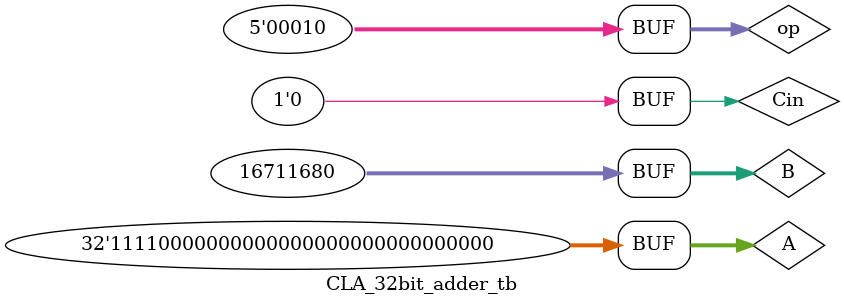
<source format=v>
`timescale 1ns / 1ps

module CLA_32bit_adder_tb;

    // Inputs
    reg [31:0] A;
    reg [31:0] B;
    reg Cin;
	 
	 reg [31:0] result_high;
	 reg [31:0] result_low;
	 reg [4:0]op;

    

    // Instantiate the Unit Under Test (UUT)
//    CLA_32bit_adder uut (
//        .A(A), 
//        .B(B), 
//        .Cin(Cin), 
//        .C_out(C_out), 
//        .G_prime(G_prime), 
//        .P_prime(P_prime), 
//        .S(S)
//    );
	 
	 ALU uut(A, B, op, result_low, result_high);

    // Test cases
    initial 
		begin
			  // Initialize Inputs
			  A = 0;
			  B = 0;
			  Cin = 0;

			  // Wait 100 ns for global reset to finish
			  #100;

			  // Apply test cases
			  op <= 2;
			  A <= 32'hF0000000; B <= 32'h00FF0000; Cin = 0;
			

			 
		end
      
endmodule

</source>
